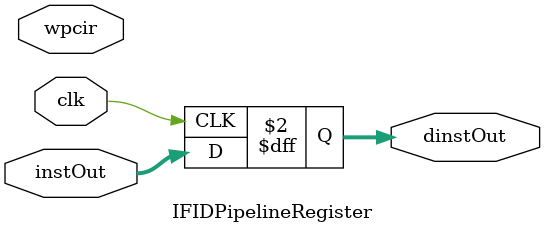
<source format=v>
`timescale 1ns / 1ps

module IFIDPipelineRegister(instOut, clk, wpcir, dinstOut);
    input[31:0] instOut;
    input clk;
    input wpcir;
    output[31:0] dinstOut;
    reg[31:0] dinstOut;
    
    always @(posedge clk) begin
        if(1) begin
            dinstOut = instOut;
        end
    end
endmodule


</source>
